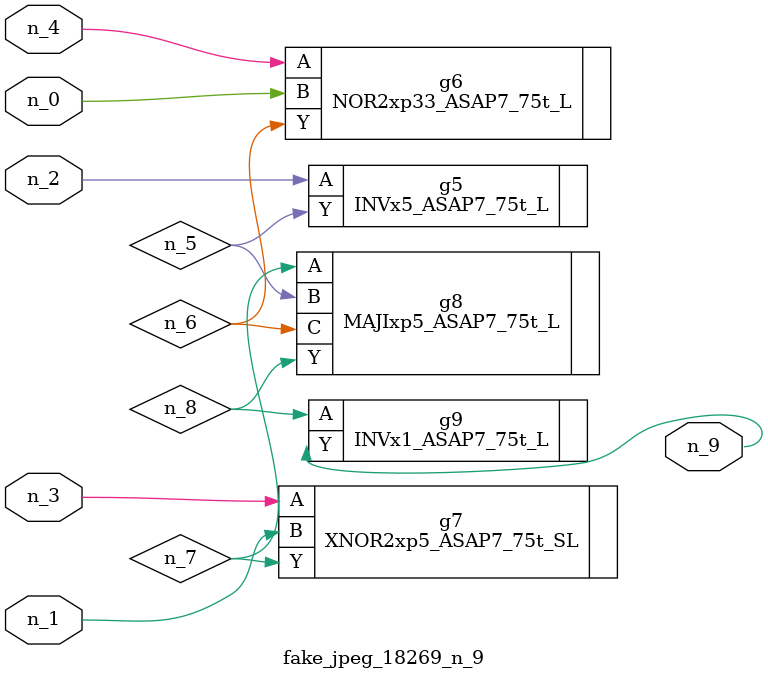
<source format=v>
module fake_jpeg_18269_n_9 (n_3, n_2, n_1, n_0, n_4, n_9);

input n_3;
input n_2;
input n_1;
input n_0;
input n_4;

output n_9;

wire n_8;
wire n_6;
wire n_5;
wire n_7;

INVx5_ASAP7_75t_L g5 ( 
.A(n_2),
.Y(n_5)
);

NOR2xp33_ASAP7_75t_L g6 ( 
.A(n_4),
.B(n_0),
.Y(n_6)
);

XNOR2xp5_ASAP7_75t_SL g7 ( 
.A(n_3),
.B(n_1),
.Y(n_7)
);

MAJIxp5_ASAP7_75t_L g8 ( 
.A(n_7),
.B(n_5),
.C(n_6),
.Y(n_8)
);

INVx1_ASAP7_75t_L g9 ( 
.A(n_8),
.Y(n_9)
);


endmodule
</source>
